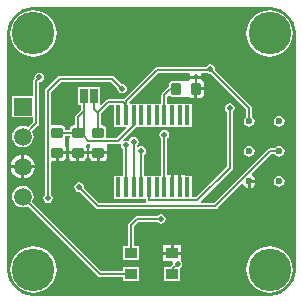
<source format=gtl>
G04 Layer_Physical_Order=1*
G04 Layer_Color=255*
%FSLAX44Y44*%
%MOMM*%
G71*
G01*
G75*
%ADD10R,0.6350X1.2700*%
%ADD11R,1.0160X0.8636*%
%ADD12R,0.4064X1.6510*%
G04:AMPARAMS|DCode=13|XSize=1mm|YSize=0.9mm|CornerRadius=0.1125mm|HoleSize=0mm|Usage=FLASHONLY|Rotation=0.000|XOffset=0mm|YOffset=0mm|HoleType=Round|Shape=RoundedRectangle|*
%AMROUNDEDRECTD13*
21,1,1.0000,0.6750,0,0,0.0*
21,1,0.7750,0.9000,0,0,0.0*
1,1,0.2250,0.3875,-0.3375*
1,1,0.2250,-0.3875,-0.3375*
1,1,0.2250,-0.3875,0.3375*
1,1,0.2250,0.3875,0.3375*
%
%ADD13ROUNDEDRECTD13*%
G04:AMPARAMS|DCode=14|XSize=1mm|YSize=0.9mm|CornerRadius=0.1125mm|HoleSize=0mm|Usage=FLASHONLY|Rotation=90.000|XOffset=0mm|YOffset=0mm|HoleType=Round|Shape=RoundedRectangle|*
%AMROUNDEDRECTD14*
21,1,1.0000,0.6750,0,0,90.0*
21,1,0.7750,0.9000,0,0,90.0*
1,1,0.2250,0.3375,0.3875*
1,1,0.2250,0.3375,-0.3875*
1,1,0.2250,-0.3375,-0.3875*
1,1,0.2250,-0.3375,0.3875*
%
%ADD14ROUNDEDRECTD14*%
%ADD15C,0.2000*%
%ADD16C,0.6000*%
%ADD17C,3.6000*%
%ADD18R,1.5000X1.5000*%
%ADD19C,1.5000*%
%ADD20C,0.5000*%
G36*
X-100000Y122176D02*
X98772D01*
X100000Y122176D01*
X100000Y122176D01*
X100000Y122176D01*
Y122176D01*
X101234Y122088D01*
X104333Y121783D01*
X108499Y120519D01*
X112339Y118467D01*
X115705Y115705D01*
X118467Y112339D01*
X120519Y108499D01*
X121783Y104333D01*
X122088Y101234D01*
X122176Y100000D01*
X122176D01*
X122176Y100000D01*
Y-98772D01*
X122176Y-100000D01*
X122176Y-100000D01*
X122176Y-100000D01*
X122176D01*
X122088Y-101234D01*
X121783Y-104333D01*
X120519Y-108499D01*
X118467Y-112339D01*
X115705Y-115705D01*
X112339Y-118467D01*
X108499Y-120519D01*
X104333Y-121783D01*
X101234Y-122088D01*
X100000Y-122176D01*
Y-122176D01*
X100000Y-122176D01*
X-98772D01*
X-100000Y-122176D01*
X-100000Y-122176D01*
X-100000Y-122176D01*
Y-122176D01*
X-101234Y-122088D01*
X-104333Y-121783D01*
X-108499Y-120519D01*
X-112339Y-118467D01*
X-115705Y-115705D01*
X-118467Y-112339D01*
X-120519Y-108499D01*
X-121783Y-104333D01*
X-122088Y-101234D01*
X-122176Y-100000D01*
X-122176D01*
X-122176Y-100000D01*
Y98772D01*
X-122176Y100000D01*
X-122176Y100000D01*
X-122176Y100000D01*
X-122176D01*
X-122088Y101234D01*
X-121783Y104333D01*
X-120519Y108499D01*
X-118467Y112339D01*
X-115705Y115705D01*
X-112339Y118467D01*
X-108499Y120519D01*
X-104333Y121783D01*
X-101234Y122088D01*
X-100000Y122176D01*
Y122176D01*
X-100000Y122176D01*
D02*
G37*
%LPC*%
G36*
X108000Y-20812D02*
X106244Y-21162D01*
X104756Y-22156D01*
X103761Y-23645D01*
X103412Y-25401D01*
X103761Y-27156D01*
X104756Y-28645D01*
X106244Y-29639D01*
X108000Y-29989D01*
X109756Y-29639D01*
X111245Y-28645D01*
X112239Y-27156D01*
X112588Y-25401D01*
X112239Y-23645D01*
X111245Y-22156D01*
X109756Y-21162D01*
X108000Y-20812D01*
D02*
G37*
G36*
X87996Y-26670D02*
X83870D01*
Y-30796D01*
X84762Y-30619D01*
X86594Y-29395D01*
X87819Y-27562D01*
X87996Y-26670D01*
D02*
G37*
G36*
X7842Y-53104D02*
X6281Y-53414D01*
X4958Y-54298D01*
X4734Y-54633D01*
X-12478D01*
X-13454Y-54827D01*
X-14280Y-55380D01*
X-19303Y-60402D01*
X-19855Y-61229D01*
X-20049Y-62204D01*
Y-80292D01*
X-24080D01*
Y-91928D01*
X-10920D01*
Y-80292D01*
X-14951D01*
Y-63260D01*
X-11422Y-59731D01*
X4734D01*
X4958Y-60066D01*
X6281Y-60950D01*
X7842Y-61260D01*
X9403Y-60950D01*
X10726Y-60066D01*
X11610Y-58743D01*
X11920Y-57182D01*
X11610Y-55621D01*
X10726Y-54298D01*
X9403Y-53414D01*
X7842Y-53104D01*
D02*
G37*
G36*
X-110270Y-2841D02*
X-111621Y-3018D01*
X-114063Y-4030D01*
X-116161Y-5640D01*
X-117770Y-7737D01*
X-118782Y-10179D01*
X-118960Y-11530D01*
X-110270D01*
Y-2841D01*
D02*
G37*
G36*
X-99041Y-14070D02*
X-107730D01*
Y-22759D01*
X-106379Y-22582D01*
X-103937Y-21570D01*
X-101839Y-19961D01*
X-100230Y-17863D01*
X-99219Y-15421D01*
X-99041Y-14070D01*
D02*
G37*
G36*
X-110270D02*
X-118960D01*
X-118782Y-15421D01*
X-117770Y-17863D01*
X-116161Y-19961D01*
X-114063Y-21570D01*
X-111621Y-22582D01*
X-110270Y-22759D01*
Y-14070D01*
D02*
G37*
G36*
X-109000Y-29122D02*
X-111349Y-29432D01*
X-113539Y-30339D01*
X-115419Y-31781D01*
X-116861Y-33661D01*
X-117768Y-35851D01*
X-118078Y-38200D01*
X-117768Y-40550D01*
X-116861Y-42739D01*
X-115419Y-44619D01*
X-113539Y-46062D01*
X-111349Y-46968D01*
X-109000Y-47278D01*
X-106651Y-46968D01*
X-104661Y-46144D01*
X-45253Y-105552D01*
X-44426Y-106105D01*
X-43450Y-106299D01*
X-24080D01*
Y-109568D01*
X-10920D01*
Y-97932D01*
X-24080D01*
Y-101201D01*
X-42394D01*
X-101056Y-42539D01*
X-100232Y-40550D01*
X-99922Y-38200D01*
X-100232Y-35851D01*
X-101139Y-33661D01*
X-102581Y-31781D01*
X-104461Y-30339D01*
X-106651Y-29432D01*
X-109000Y-29122D01*
D02*
G37*
G36*
X100000Y-80406D02*
X96177Y-80782D01*
X92501Y-81897D01*
X89114Y-83708D01*
X86145Y-86145D01*
X83708Y-89114D01*
X81897Y-92501D01*
X80782Y-96177D01*
X80406Y-100000D01*
X80782Y-103822D01*
X81897Y-107498D01*
X83708Y-110886D01*
X86145Y-113855D01*
X89114Y-116292D01*
X92501Y-118103D01*
X96177Y-119218D01*
X100000Y-119594D01*
X103822Y-119218D01*
X107498Y-118103D01*
X110886Y-116292D01*
X113855Y-113855D01*
X116292Y-110886D01*
X118103Y-107498D01*
X119218Y-103822D01*
X119594Y-100000D01*
X119218Y-96177D01*
X118103Y-92501D01*
X116292Y-89114D01*
X113855Y-86145D01*
X110886Y-83708D01*
X107498Y-81897D01*
X103822Y-80782D01*
X100000Y-80406D01*
D02*
G37*
G36*
X-100000D02*
X-103822Y-80782D01*
X-107498Y-81897D01*
X-110886Y-83708D01*
X-113855Y-86145D01*
X-116292Y-89114D01*
X-118103Y-92501D01*
X-119218Y-96177D01*
X-119594Y-100000D01*
X-119218Y-103822D01*
X-118103Y-107498D01*
X-116292Y-110886D01*
X-113855Y-113855D01*
X-110886Y-116292D01*
X-107498Y-118103D01*
X-103822Y-119218D01*
X-100000Y-119594D01*
X-96177Y-119218D01*
X-92501Y-118103D01*
X-89114Y-116292D01*
X-86145Y-113855D01*
X-83708Y-110886D01*
X-81897Y-107498D01*
X-80782Y-103822D01*
X-80406Y-100000D01*
X-80782Y-96177D01*
X-81897Y-92501D01*
X-83708Y-89114D01*
X-86145Y-86145D01*
X-89114Y-83708D01*
X-92501Y-81897D01*
X-96177Y-80782D01*
X-100000Y-80406D01*
D02*
G37*
G36*
X25146Y-79252D02*
X18796D01*
Y-84840D01*
X25146D01*
Y-79252D01*
D02*
G37*
G36*
X16256D02*
X9906D01*
Y-84840D01*
X16256D01*
Y-79252D01*
D02*
G37*
G36*
X25146Y-87380D02*
X17526D01*
X9906D01*
Y-92968D01*
X17390D01*
X18195Y-94238D01*
X17988Y-95282D01*
X18066Y-95677D01*
X15811Y-97932D01*
X10946D01*
Y-109568D01*
X24106D01*
Y-98730D01*
X24950Y-98166D01*
X25834Y-96843D01*
X26144Y-95282D01*
X25834Y-93721D01*
X25146Y-92692D01*
Y-87380D01*
D02*
G37*
G36*
X-107730Y-2841D02*
Y-11530D01*
X-99041D01*
X-99219Y-10179D01*
X-100230Y-7737D01*
X-101839Y-5640D01*
X-103937Y-4030D01*
X-106379Y-3018D01*
X-107730Y-2841D01*
D02*
G37*
G36*
X49752Y73642D02*
X48191Y73332D01*
X46868Y72448D01*
X46135Y71351D01*
X4540D01*
X3565Y71157D01*
X2738Y70604D01*
X-23552Y44314D01*
X-23722Y44060D01*
X-24290Y44173D01*
X-36862D01*
X-37838Y43979D01*
X-38664Y43426D01*
X-42483Y39608D01*
X-43753Y40134D01*
Y54850D01*
X-62175D01*
Y39150D01*
X-60049D01*
Y34980D01*
X-64302Y30726D01*
X-64855Y29899D01*
X-65049Y28924D01*
Y22051D01*
X-66375D01*
X-67399Y21848D01*
X-68267Y21267D01*
X-68847Y20399D01*
X-69051Y19375D01*
Y18549D01*
X-73448D01*
Y19375D01*
X-73652Y20399D01*
X-74232Y21267D01*
X-75101Y21848D01*
X-76125Y22051D01*
X-83875D01*
X-85113Y23100D01*
Y50474D01*
X-76446Y59141D01*
X-34362D01*
X-28924Y53703D01*
X-29002Y53308D01*
X-28692Y51747D01*
X-27808Y50424D01*
X-26485Y49540D01*
X-24924Y49230D01*
X-23363Y49540D01*
X-22040Y50424D01*
X-21156Y51747D01*
X-20846Y53308D01*
X-21156Y54869D01*
X-22040Y56192D01*
X-23363Y57076D01*
X-24924Y57386D01*
X-25319Y57308D01*
X-31504Y63492D01*
X-32331Y64045D01*
X-33306Y64239D01*
X-77502D01*
X-78477Y64045D01*
X-79304Y63492D01*
X-89464Y53332D01*
X-90017Y52505D01*
X-90211Y51530D01*
Y-36548D01*
X-90546Y-36772D01*
X-91430Y-38095D01*
X-91740Y-39656D01*
X-91430Y-41217D01*
X-90546Y-42540D01*
X-89223Y-43424D01*
X-87662Y-43734D01*
X-86101Y-43424D01*
X-84778Y-42540D01*
X-83894Y-41217D01*
X-83584Y-39656D01*
X-83894Y-38095D01*
X-84778Y-36772D01*
X-85113Y-36548D01*
Y-8866D01*
X-84131Y-8061D01*
X-83875Y-8112D01*
X-81270D01*
Y-1000D01*
X-80000D01*
Y270D01*
X-72388D01*
Y2375D01*
X-72673Y3805D01*
X-73000Y4295D01*
Y11500D01*
X-73561Y12061D01*
X-73448Y12625D01*
Y13451D01*
X-69051D01*
Y12625D01*
X-68939Y12061D01*
X-69500Y11500D01*
Y4295D01*
X-69827Y3805D01*
X-70111Y2375D01*
Y270D01*
X-54888D01*
Y2375D01*
X-55172Y3805D01*
X-55500Y4295D01*
Y5576D01*
X-55243Y5842D01*
X-54230Y6429D01*
X-53626Y6309D01*
X-52000D01*
Y4295D01*
X-52327Y3805D01*
X-52612Y2375D01*
Y270D01*
X-37388D01*
Y2375D01*
X-37673Y3805D01*
X-38000Y4295D01*
Y6309D01*
X-28734D01*
X-27759Y6503D01*
X-26932Y7056D01*
X-26564Y7423D01*
X-25518Y6703D01*
X-25828Y5142D01*
X-25518Y3581D01*
X-24634Y2258D01*
X-24299Y2034D01*
Y-20745D01*
X-31782D01*
Y-40255D01*
X-4799D01*
Y-41434D01*
X-4649Y-42187D01*
X-5085Y-43018D01*
X-5432Y-43457D01*
X-44442D01*
X-57246Y-30653D01*
X-57168Y-30258D01*
X-57478Y-28697D01*
X-58362Y-27374D01*
X-59685Y-26490D01*
X-61246Y-26180D01*
X-62807Y-26490D01*
X-64130Y-27374D01*
X-65014Y-28697D01*
X-65324Y-30258D01*
X-65014Y-31819D01*
X-64130Y-33142D01*
X-62807Y-34026D01*
X-61246Y-34336D01*
X-60851Y-34258D01*
X-47300Y-47808D01*
X-46473Y-48361D01*
X-45498Y-48555D01*
X54070D01*
X55045Y-48361D01*
X55872Y-47808D01*
X76174Y-27506D01*
X77595Y-27882D01*
X78606Y-29395D01*
X80439Y-30619D01*
X81330Y-30796D01*
Y-25401D01*
X82600D01*
Y-24130D01*
X87996D01*
X87819Y-23239D01*
X86594Y-21406D01*
X85081Y-20395D01*
X84706Y-18975D01*
X101131Y-2549D01*
X104291D01*
X104756Y-3245D01*
X106244Y-4239D01*
X108000Y-4589D01*
X109756Y-4239D01*
X111245Y-3245D01*
X112239Y-1756D01*
X112588Y-0D01*
X112239Y1755D01*
X111245Y3244D01*
X109756Y4238D01*
X108000Y4588D01*
X106244Y4238D01*
X104756Y3244D01*
X104291Y2549D01*
X100076D01*
X99100Y2354D01*
X98273Y1802D01*
X53014Y-43457D01*
X42208D01*
X41682Y-42187D01*
X68064Y-15804D01*
X68617Y-14977D01*
X68811Y-14002D01*
Y33436D01*
X69146Y33660D01*
X70030Y34983D01*
X70340Y36544D01*
X70030Y38105D01*
X69146Y39428D01*
X67823Y40312D01*
X66262Y40622D01*
X64701Y40312D01*
X63378Y39428D01*
X62494Y38105D01*
X62184Y36544D01*
X62494Y34983D01*
X63378Y33660D01*
X63713Y33436D01*
Y-12946D01*
X37774Y-38885D01*
X33892D01*
Y-20745D01*
X28328D01*
Y-19705D01*
X25026D01*
Y-30500D01*
X22486D01*
Y-19705D01*
X18676D01*
Y-30500D01*
X16136D01*
Y-19705D01*
X13351D01*
Y11084D01*
X13686Y11308D01*
X14570Y12631D01*
X14880Y14192D01*
X14570Y15753D01*
X13686Y17076D01*
X12363Y17960D01*
X10802Y18270D01*
X9241Y17960D01*
X7918Y17076D01*
X7034Y15753D01*
X6724Y14192D01*
X7034Y12631D01*
X7918Y11308D01*
X8253Y11084D01*
Y-20745D01*
X-6201D01*
Y-2632D01*
X-5866Y-2408D01*
X-4982Y-1085D01*
X-4671Y476D01*
X-4982Y2037D01*
X-5866Y3360D01*
X-7189Y4244D01*
X-8750Y4554D01*
X-10310Y4244D01*
X-11088Y3724D01*
X-12325Y4269D01*
X-12330Y5173D01*
X-12134Y5304D01*
X-11250Y6627D01*
X-10940Y8188D01*
X-11250Y9749D01*
X-12134Y11072D01*
X-13457Y11956D01*
X-15018Y12266D01*
X-16579Y11956D01*
X-17902Y11072D01*
X-18786Y9749D01*
X-18830Y9529D01*
X-20189Y8910D01*
X-21750Y9220D01*
X-23311Y8910D01*
X-24032Y9956D01*
X-13448Y20539D01*
X-13154Y20979D01*
X33892D01*
Y40489D01*
X13351D01*
Y46371D01*
X14065Y47035D01*
X15232Y47233D01*
X16101Y46652D01*
X17125Y46449D01*
X23875D01*
X24439Y46561D01*
X25000Y46000D01*
X32205D01*
X32695Y45673D01*
X34125Y45388D01*
X36230D01*
Y53000D01*
X37500D01*
Y54270D01*
X44612D01*
Y56875D01*
X44327Y58305D01*
X43517Y59517D01*
X42305Y60328D01*
X42090Y60846D01*
X42248Y61081D01*
X42386Y61778D01*
X32614D01*
X32752Y61081D01*
X32788Y61029D01*
X31948Y60000D01*
X25000D01*
X24439Y59439D01*
X23875Y59552D01*
X17125D01*
X16101Y59348D01*
X15232Y58768D01*
X14652Y57899D01*
X14448Y56875D01*
Y54990D01*
X14168Y54802D01*
X9000Y49635D01*
X8447Y48808D01*
X8253Y47832D01*
Y40489D01*
X-18470D01*
X-18898Y41759D01*
X5596Y66253D01*
X32053D01*
X32786Y65212D01*
X32746Y64983D01*
X32614Y64318D01*
X42386D01*
X42254Y64983D01*
X42214Y65212D01*
X42947Y66253D01*
X47507D01*
X48191Y65796D01*
X49752Y65486D01*
X50147Y65564D01*
X80051Y35660D01*
Y29108D01*
X79356Y28644D01*
X78361Y27155D01*
X78012Y25399D01*
X78361Y23644D01*
X79356Y22155D01*
X80844Y21161D01*
X82600Y20811D01*
X84356Y21161D01*
X85845Y22155D01*
X86839Y23644D01*
X87188Y25399D01*
X86839Y27155D01*
X85845Y28644D01*
X85149Y29108D01*
Y36716D01*
X84955Y37691D01*
X84403Y38518D01*
X53752Y69169D01*
X53830Y69564D01*
X53520Y71125D01*
X52636Y72448D01*
X51313Y73332D01*
X49752Y73642D01*
D02*
G37*
G36*
X-95028Y66784D02*
X-96589Y66474D01*
X-97912Y65590D01*
X-98796Y64267D01*
X-99106Y62706D01*
X-99028Y62311D01*
X-99624Y61714D01*
X-100177Y60887D01*
X-100371Y59912D01*
Y47000D01*
X-118000D01*
Y29000D01*
X-100371D01*
Y24834D01*
X-104661Y20544D01*
X-106651Y21368D01*
X-109000Y21678D01*
X-111349Y21368D01*
X-113539Y20461D01*
X-115419Y19019D01*
X-116861Y17139D01*
X-117768Y14949D01*
X-118078Y12600D01*
X-117768Y10250D01*
X-116861Y8061D01*
X-115419Y6181D01*
X-113539Y4739D01*
X-111349Y3832D01*
X-109000Y3522D01*
X-106651Y3832D01*
X-104461Y4739D01*
X-102581Y6181D01*
X-101139Y8061D01*
X-100232Y10250D01*
X-99922Y12600D01*
X-100232Y14949D01*
X-101056Y16939D01*
X-96020Y21976D01*
X-95467Y22803D01*
X-95273Y23778D01*
Y58426D01*
X-95028Y58628D01*
X-93467Y58938D01*
X-92144Y59822D01*
X-91260Y61145D01*
X-90950Y62706D01*
X-91260Y64267D01*
X-92144Y65590D01*
X-93467Y66474D01*
X-95028Y66784D01*
D02*
G37*
G36*
X100000Y119594D02*
X96177Y119218D01*
X92501Y118103D01*
X89114Y116292D01*
X86145Y113855D01*
X83708Y110886D01*
X81897Y107498D01*
X80782Y103822D01*
X80406Y100000D01*
X80782Y96177D01*
X81897Y92501D01*
X83708Y89114D01*
X86145Y86145D01*
X89114Y83708D01*
X92501Y81897D01*
X96177Y80782D01*
X100000Y80406D01*
X103822Y80782D01*
X107498Y81897D01*
X110886Y83708D01*
X113855Y86145D01*
X116292Y89114D01*
X118103Y92501D01*
X119218Y96177D01*
X119594Y100000D01*
X119218Y103822D01*
X118103Y107498D01*
X116292Y110886D01*
X113855Y113855D01*
X110886Y116292D01*
X107498Y118103D01*
X103822Y119218D01*
X100000Y119594D01*
D02*
G37*
G36*
X-100000D02*
X-103822Y119218D01*
X-107498Y118103D01*
X-110886Y116292D01*
X-113855Y113855D01*
X-116292Y110886D01*
X-118103Y107498D01*
X-119218Y103822D01*
X-119594Y100000D01*
X-119218Y96177D01*
X-118103Y92501D01*
X-116292Y89114D01*
X-113855Y86145D01*
X-110886Y83708D01*
X-107498Y81897D01*
X-103822Y80782D01*
X-100000Y80406D01*
X-96177Y80782D01*
X-92501Y81897D01*
X-89114Y83708D01*
X-86145Y86145D01*
X-83708Y89114D01*
X-81897Y92501D01*
X-80782Y96177D01*
X-80406Y100000D01*
X-80782Y103822D01*
X-81897Y107498D01*
X-83708Y110886D01*
X-86145Y113855D01*
X-89114Y116292D01*
X-92501Y118103D01*
X-96177Y119218D01*
X-100000Y119594D01*
D02*
G37*
G36*
X44612Y51730D02*
X38770D01*
Y45388D01*
X40875D01*
X42305Y45673D01*
X43517Y46483D01*
X44327Y47695D01*
X44612Y49125D01*
Y51730D01*
D02*
G37*
G36*
X108000Y29988D02*
X106244Y29638D01*
X104756Y28644D01*
X103761Y27155D01*
X103412Y25399D01*
X103761Y23644D01*
X104756Y22155D01*
X106244Y21161D01*
X108000Y20811D01*
X109756Y21161D01*
X111245Y22155D01*
X112239Y23644D01*
X112588Y25399D01*
X112239Y27155D01*
X111245Y28644D01*
X109756Y29638D01*
X108000Y29988D01*
D02*
G37*
G36*
X-54888Y-2270D02*
X-61230D01*
Y-8112D01*
X-58625D01*
X-57195Y-7827D01*
X-55982Y-7017D01*
X-55172Y-5805D01*
X-54888Y-4375D01*
Y-2270D01*
D02*
G37*
G36*
X-63770D02*
X-70111D01*
Y-4375D01*
X-69827Y-5805D01*
X-69017Y-7017D01*
X-67805Y-7827D01*
X-66375Y-8112D01*
X-63770D01*
Y-2270D01*
D02*
G37*
G36*
X-72388D02*
X-78730D01*
Y-8112D01*
X-76125D01*
X-74695Y-7827D01*
X-73482Y-7017D01*
X-72673Y-5805D01*
X-72388Y-4375D01*
Y-2270D01*
D02*
G37*
G36*
X82600Y4588D02*
X80844Y4238D01*
X79356Y3244D01*
X78361Y1755D01*
X78012Y-0D01*
X78361Y-1756D01*
X79356Y-3245D01*
X80844Y-4239D01*
X82600Y-4589D01*
X84356Y-4239D01*
X85845Y-3245D01*
X86839Y-1756D01*
X87188Y-0D01*
X86839Y1755D01*
X85845Y3244D01*
X84356Y4238D01*
X82600Y4588D01*
D02*
G37*
G36*
X-37388Y-2270D02*
X-43730D01*
Y-8112D01*
X-41125D01*
X-39695Y-7827D01*
X-38483Y-7017D01*
X-37673Y-5805D01*
X-37388Y-4375D01*
Y-2270D01*
D02*
G37*
G36*
X-46270D02*
X-52612D01*
Y-4375D01*
X-52327Y-5805D01*
X-51518Y-7017D01*
X-50305Y-7827D01*
X-48875Y-8112D01*
X-46270D01*
Y-2270D01*
D02*
G37*
%LPD*%
G36*
X-31782Y20979D02*
X-21877D01*
X-21391Y19806D01*
X-29790Y11407D01*
X-37587D01*
X-38478Y12479D01*
X-38449Y12625D01*
Y19375D01*
X-38653Y20399D01*
X-39233Y21267D01*
X-40101Y21848D01*
X-41125Y22051D01*
X-42451D01*
Y32430D01*
X-35806Y39075D01*
X-31782D01*
Y20979D01*
D02*
G37*
D10*
X-48428Y47000D02*
D03*
X-57500D02*
D03*
D11*
X17526Y-103750D02*
D03*
X-17500D02*
D03*
X17526Y-86110D02*
D03*
X-17500D02*
D03*
D12*
X-28250Y30734D02*
D03*
X-21750D02*
D03*
X-15250D02*
D03*
X-2250D02*
D03*
X-8750D02*
D03*
X4250D02*
D03*
X10802D02*
D03*
X17406D02*
D03*
X23756D02*
D03*
X30360D02*
D03*
X-28250Y-30500D02*
D03*
X-21750D02*
D03*
X-15250D02*
D03*
X-8750D02*
D03*
X-2250D02*
D03*
X4250D02*
D03*
X10802D02*
D03*
X17406D02*
D03*
X23756D02*
D03*
X30360D02*
D03*
D13*
X-80000Y16000D02*
D03*
Y-1000D02*
D03*
X-62500Y16000D02*
D03*
Y-1000D02*
D03*
X-45000Y16000D02*
D03*
Y-1000D02*
D03*
D14*
X37500Y53000D02*
D03*
X20500D02*
D03*
D15*
X-80000Y16000D02*
X-62500D01*
Y28924D01*
X-57500Y33924D01*
Y47000D01*
Y12732D02*
X-53626Y8858D01*
X-28734D01*
X-15250Y22342D01*
Y30734D01*
X-48428Y36174D02*
X-45000Y32746D01*
X-48428Y36174D02*
Y47000D01*
X-45000Y33486D02*
X-36862Y41624D01*
X-24290D01*
X-21750Y39084D01*
Y30734D02*
Y39084D01*
X17526Y-103750D02*
Y-99822D01*
X22066Y-95282D01*
X-109000Y-38200D02*
X-43450Y-103750D01*
X-17500D01*
X-12478Y-57182D02*
X7842D01*
X-17500Y-62204D02*
X-12478Y-57182D01*
X-17500Y-86110D02*
Y-62204D01*
X-2250Y-41434D02*
Y-30500D01*
Y-41434D02*
X38830D01*
X66262Y-14002D01*
Y36544D01*
X82600Y25399D02*
Y36716D01*
X-8750Y-30500D02*
Y476D01*
X10802Y-30500D02*
Y14192D01*
X-21750Y-30500D02*
Y5142D01*
X-15250Y7956D02*
X-15018Y8188D01*
X-15250Y-30500D02*
Y7956D01*
X100076Y-0D02*
X108000D01*
X54070Y-46006D02*
X100076Y-0D01*
X-45498Y-46006D02*
X54070D01*
X-61246Y-30258D02*
X-45498Y-46006D01*
X15970Y53000D02*
X20500D01*
X10802Y47832D02*
X15970Y53000D01*
X10802Y30734D02*
Y47832D01*
X37500Y53000D02*
Y63048D01*
X-109000Y12600D02*
X-97822Y23778D01*
Y59912D01*
X-95028Y62706D01*
X-33306Y61690D02*
X-24924Y53308D01*
X-77502Y61690D02*
X-33306D01*
X-87662Y51530D02*
X-77502Y61690D01*
X-87662Y-39656D02*
Y51530D01*
X50514Y68802D02*
X82600Y36716D01*
X-21750Y42512D02*
X4540Y68802D01*
X-57500Y12732D02*
Y33924D01*
X-45000Y16000D02*
Y32746D01*
Y33486D01*
X-21750Y39084D02*
Y42512D01*
X4540Y68802D02*
X50514D01*
X49752Y69564D02*
X50514Y68802D01*
D16*
X108000Y25399D02*
D03*
X82600D02*
D03*
X108000Y-0D02*
D03*
X82600D02*
D03*
X108000Y-25401D02*
D03*
X82600D02*
D03*
D17*
X-100000Y-100000D02*
D03*
X100000D02*
D03*
Y100000D02*
D03*
X-100000D02*
D03*
D18*
X-109000Y38000D02*
D03*
D19*
Y12600D02*
D03*
Y-12800D02*
D03*
Y-38200D02*
D03*
D20*
X22066Y-95282D02*
D03*
X7842Y-57182D02*
D03*
X66262Y36544D02*
D03*
X49752Y69564D02*
D03*
X-8750Y476D02*
D03*
X10802Y14192D02*
D03*
X-21750Y5142D02*
D03*
X-15018Y8188D02*
D03*
X-61246Y-30258D02*
D03*
X37500Y63048D02*
D03*
X-95028Y62706D02*
D03*
X-24924Y53308D02*
D03*
X-87662Y-39656D02*
D03*
X0Y-104000D02*
D03*
M02*

</source>
